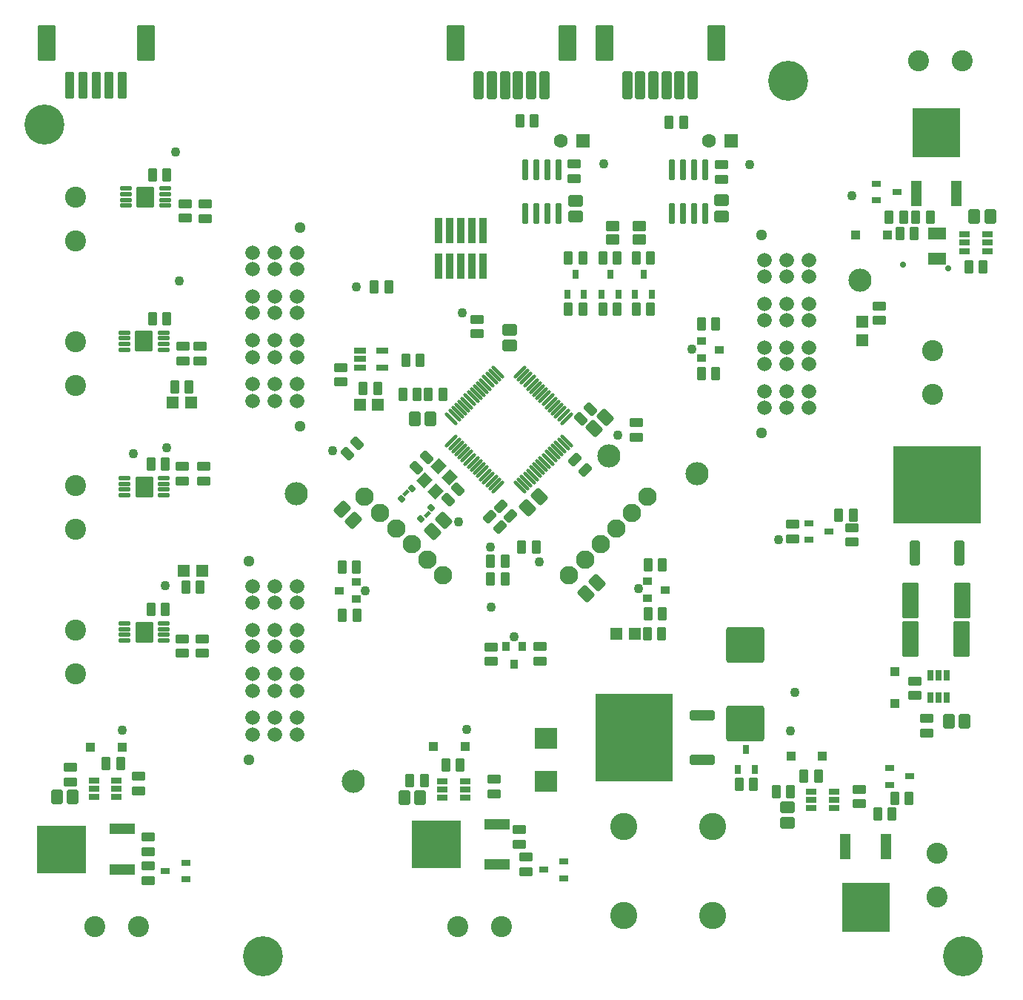
<source format=gts>
G04*
G04 #@! TF.GenerationSoftware,Altium Limited,Altium Designer,21.6.4 (81)*
G04*
G04 Layer_Color=8388736*
%FSLAX25Y25*%
%MOIN*%
G70*
G04*
G04 #@! TF.SameCoordinates,612E0561-CA96-4152-8DAB-8F70A6F423CF*
G04*
G04*
G04 #@! TF.FilePolarity,Negative*
G04*
G01*
G75*
G04:AMPARAMS|DCode=66|XSize=59.12mil|YSize=39.43mil|CornerRadius=4.66mil|HoleSize=0mil|Usage=FLASHONLY|Rotation=270.000|XOffset=0mil|YOffset=0mil|HoleType=Round|Shape=RoundedRectangle|*
%AMROUNDEDRECTD66*
21,1,0.05912,0.03012,0,0,270.0*
21,1,0.04980,0.03943,0,0,270.0*
1,1,0.00932,-0.01506,-0.02490*
1,1,0.00932,-0.01506,0.02490*
1,1,0.00932,0.01506,0.02490*
1,1,0.00932,0.01506,-0.02490*
%
%ADD66ROUNDEDRECTD66*%
G04:AMPARAMS|DCode=67|XSize=53.21mil|YSize=66.99mil|CornerRadius=6.92mil|HoleSize=0mil|Usage=FLASHONLY|Rotation=225.000|XOffset=0mil|YOffset=0mil|HoleType=Round|Shape=RoundedRectangle|*
%AMROUNDEDRECTD67*
21,1,0.05321,0.05315,0,0,225.0*
21,1,0.03937,0.06699,0,0,225.0*
1,1,0.01384,-0.03271,0.00487*
1,1,0.01384,-0.00487,0.03271*
1,1,0.01384,0.03271,-0.00487*
1,1,0.01384,0.00487,-0.03271*
%
%ADD67ROUNDEDRECTD67*%
G04:AMPARAMS|DCode=68|XSize=15.75mil|YSize=74.8mil|CornerRadius=0mil|HoleSize=0mil|Usage=FLASHONLY|Rotation=135.000|XOffset=0mil|YOffset=0mil|HoleType=Round|Shape=Round|*
%AMOVALD68*
21,1,0.05906,0.01575,0.00000,0.00000,225.0*
1,1,0.01575,0.02088,0.02088*
1,1,0.01575,-0.02088,-0.02088*
%
%ADD68OVALD68*%

G04:AMPARAMS|DCode=69|XSize=15.75mil|YSize=74.8mil|CornerRadius=0mil|HoleSize=0mil|Usage=FLASHONLY|Rotation=45.000|XOffset=0mil|YOffset=0mil|HoleType=Round|Shape=Round|*
%AMOVALD69*
21,1,0.05906,0.01575,0.00000,0.00000,135.0*
1,1,0.01575,0.02088,-0.02088*
1,1,0.01575,-0.02088,0.02088*
%
%ADD69OVALD69*%

G04:AMPARAMS|DCode=70|XSize=59.12mil|YSize=39.43mil|CornerRadius=4.66mil|HoleSize=0mil|Usage=FLASHONLY|Rotation=180.000|XOffset=0mil|YOffset=0mil|HoleType=Round|Shape=RoundedRectangle|*
%AMROUNDEDRECTD70*
21,1,0.05912,0.03012,0,0,180.0*
21,1,0.04980,0.03943,0,0,180.0*
1,1,0.00932,-0.02490,0.01506*
1,1,0.00932,0.02490,0.01506*
1,1,0.00932,0.02490,-0.01506*
1,1,0.00932,-0.02490,-0.01506*
%
%ADD70ROUNDEDRECTD70*%
%ADD71R,0.03943X0.03943*%
%ADD72R,0.03943X0.02762*%
G04:AMPARAMS|DCode=73|XSize=53.21mil|YSize=66.99mil|CornerRadius=6.92mil|HoleSize=0mil|Usage=FLASHONLY|Rotation=180.000|XOffset=0mil|YOffset=0mil|HoleType=Round|Shape=RoundedRectangle|*
%AMROUNDEDRECTD73*
21,1,0.05321,0.05315,0,0,180.0*
21,1,0.03937,0.06699,0,0,180.0*
1,1,0.01384,-0.01968,0.02657*
1,1,0.01384,0.01968,0.02657*
1,1,0.01384,0.01968,-0.02657*
1,1,0.01384,-0.01968,-0.02657*
%
%ADD73ROUNDEDRECTD73*%
%ADD74C,0.04337*%
G04:AMPARAMS|DCode=75|XSize=59.12mil|YSize=39.43mil|CornerRadius=4.66mil|HoleSize=0mil|Usage=FLASHONLY|Rotation=225.000|XOffset=0mil|YOffset=0mil|HoleType=Round|Shape=RoundedRectangle|*
%AMROUNDEDRECTD75*
21,1,0.05912,0.03012,0,0,225.0*
21,1,0.04980,0.03943,0,0,225.0*
1,1,0.00932,-0.02826,-0.00696*
1,1,0.00932,0.00696,0.02826*
1,1,0.00932,0.02826,0.00696*
1,1,0.00932,-0.00696,-0.02826*
%
%ADD75ROUNDEDRECTD75*%
%ADD76R,0.03943X0.03550*%
G04:AMPARAMS|DCode=77|XSize=53.21mil|YSize=19.75mil|CornerRadius=3.18mil|HoleSize=0mil|Usage=FLASHONLY|Rotation=180.000|XOffset=0mil|YOffset=0mil|HoleType=Round|Shape=RoundedRectangle|*
%AMROUNDEDRECTD77*
21,1,0.05321,0.01339,0,0,180.0*
21,1,0.04685,0.01975,0,0,180.0*
1,1,0.00636,-0.02343,0.00669*
1,1,0.00636,0.02343,0.00669*
1,1,0.00636,0.02343,-0.00669*
1,1,0.00636,-0.02343,-0.00669*
%
%ADD77ROUNDEDRECTD77*%
G04:AMPARAMS|DCode=78|XSize=82.74mil|YSize=92.58mil|CornerRadius=7.91mil|HoleSize=0mil|Usage=FLASHONLY|Rotation=180.000|XOffset=0mil|YOffset=0mil|HoleType=Round|Shape=RoundedRectangle|*
%AMROUNDEDRECTD78*
21,1,0.08274,0.07677,0,0,180.0*
21,1,0.06693,0.09258,0,0,180.0*
1,1,0.01581,-0.03347,0.03839*
1,1,0.01581,0.03347,0.03839*
1,1,0.01581,0.03347,-0.03839*
1,1,0.01581,-0.03347,-0.03839*
%
%ADD78ROUNDEDRECTD78*%
G04:AMPARAMS|DCode=79|XSize=39.43mil|YSize=122.11mil|CornerRadius=4.66mil|HoleSize=0mil|Usage=FLASHONLY|Rotation=0.000|XOffset=0mil|YOffset=0mil|HoleType=Round|Shape=RoundedRectangle|*
%AMROUNDEDRECTD79*
21,1,0.03943,0.11280,0,0,0.0*
21,1,0.03012,0.12211,0,0,0.0*
1,1,0.00932,0.01506,-0.05640*
1,1,0.00932,-0.01506,-0.05640*
1,1,0.00932,-0.01506,0.05640*
1,1,0.00932,0.01506,0.05640*
%
%ADD79ROUNDEDRECTD79*%
G04:AMPARAMS|DCode=80|XSize=78.8mil|YSize=161.48mil|CornerRadius=7.61mil|HoleSize=0mil|Usage=FLASHONLY|Rotation=0.000|XOffset=0mil|YOffset=0mil|HoleType=Round|Shape=RoundedRectangle|*
%AMROUNDEDRECTD80*
21,1,0.07880,0.14626,0,0,0.0*
21,1,0.06358,0.16148,0,0,0.0*
1,1,0.01522,0.03179,-0.07313*
1,1,0.01522,-0.03179,-0.07313*
1,1,0.01522,-0.03179,0.07313*
1,1,0.01522,0.03179,0.07313*
%
%ADD80ROUNDEDRECTD80*%
G04:AMPARAMS|DCode=81|XSize=47.31mil|YSize=63.06mil|CornerRadius=6.33mil|HoleSize=0mil|Usage=FLASHONLY|Rotation=90.000|XOffset=0mil|YOffset=0mil|HoleType=Round|Shape=RoundedRectangle|*
%AMROUNDEDRECTD81*
21,1,0.04731,0.05039,0,0,90.0*
21,1,0.03465,0.06306,0,0,90.0*
1,1,0.01266,0.02520,0.01732*
1,1,0.01266,0.02520,-0.01732*
1,1,0.01266,-0.02520,-0.01732*
1,1,0.01266,-0.02520,0.01732*
%
%ADD81ROUNDEDRECTD81*%
%ADD82R,0.02762X0.03943*%
%ADD83R,0.03943X0.03943*%
G04:AMPARAMS|DCode=84|XSize=53.21mil|YSize=66.99mil|CornerRadius=6.92mil|HoleSize=0mil|Usage=FLASHONLY|Rotation=90.000|XOffset=0mil|YOffset=0mil|HoleType=Round|Shape=RoundedRectangle|*
%AMROUNDEDRECTD84*
21,1,0.05321,0.05315,0,0,90.0*
21,1,0.03937,0.06699,0,0,90.0*
1,1,0.01384,0.02657,0.01968*
1,1,0.01384,0.02657,-0.01968*
1,1,0.01384,-0.02657,-0.01968*
1,1,0.01384,-0.02657,0.01968*
%
%ADD84ROUNDEDRECTD84*%
G04:AMPARAMS|DCode=85|XSize=29.59mil|YSize=27.62mil|CornerRadius=3.77mil|HoleSize=0mil|Usage=FLASHONLY|Rotation=315.000|XOffset=0mil|YOffset=0mil|HoleType=Round|Shape=RoundedRectangle|*
%AMROUNDEDRECTD85*
21,1,0.02959,0.02008,0,0,315.0*
21,1,0.02205,0.02762,0,0,315.0*
1,1,0.00754,0.00070,-0.01489*
1,1,0.00754,-0.01489,0.00070*
1,1,0.00754,-0.00070,0.01489*
1,1,0.00754,0.01489,-0.00070*
%
%ADD85ROUNDEDRECTD85*%
G04:AMPARAMS|DCode=86|XSize=17.78mil|YSize=31.56mil|CornerRadius=3.03mil|HoleSize=0mil|Usage=FLASHONLY|Rotation=315.000|XOffset=0mil|YOffset=0mil|HoleType=Round|Shape=RoundedRectangle|*
%AMROUNDEDRECTD86*
21,1,0.01778,0.02549,0,0,315.0*
21,1,0.01171,0.03156,0,0,315.0*
1,1,0.00607,-0.00487,-0.01315*
1,1,0.00607,-0.01315,-0.00487*
1,1,0.00607,0.00487,0.01315*
1,1,0.00607,0.01315,0.00487*
%
%ADD86ROUNDEDRECTD86*%
G04:AMPARAMS|DCode=87|XSize=55.18mil|YSize=55.18mil|CornerRadius=7.12mil|HoleSize=0mil|Usage=FLASHONLY|Rotation=90.000|XOffset=0mil|YOffset=0mil|HoleType=Round|Shape=RoundedRectangle|*
%AMROUNDEDRECTD87*
21,1,0.05518,0.04095,0,0,90.0*
21,1,0.04095,0.05518,0,0,90.0*
1,1,0.01424,0.02047,0.02047*
1,1,0.01424,0.02047,-0.02047*
1,1,0.01424,-0.02047,-0.02047*
1,1,0.01424,-0.02047,0.02047*
%
%ADD87ROUNDEDRECTD87*%
G04:AMPARAMS|DCode=88|XSize=55.18mil|YSize=55.18mil|CornerRadius=7.12mil|HoleSize=0mil|Usage=FLASHONLY|Rotation=180.000|XOffset=0mil|YOffset=0mil|HoleType=Round|Shape=RoundedRectangle|*
%AMROUNDEDRECTD88*
21,1,0.05518,0.04095,0,0,180.0*
21,1,0.04095,0.05518,0,0,180.0*
1,1,0.01424,-0.02047,0.02047*
1,1,0.01424,0.02047,0.02047*
1,1,0.01424,0.02047,-0.02047*
1,1,0.01424,-0.02047,-0.02047*
%
%ADD88ROUNDEDRECTD88*%
%ADD89R,0.05124X0.02762*%
%ADD90R,0.03550X0.03943*%
%ADD91R,0.11817X0.04731*%
%ADD92R,0.22054X0.21660*%
G04:AMPARAMS|DCode=93|XSize=53.21mil|YSize=66.99mil|CornerRadius=6.92mil|HoleSize=0mil|Usage=FLASHONLY|Rotation=44.000|XOffset=0mil|YOffset=0mil|HoleType=Round|Shape=RoundedRectangle|*
%AMROUNDEDRECTD93*
21,1,0.05321,0.05315,0,0,44.0*
21,1,0.03937,0.06699,0,0,44.0*
1,1,0.01384,0.03262,-0.00544*
1,1,0.01384,0.00430,-0.03279*
1,1,0.01384,-0.03262,0.00544*
1,1,0.01384,-0.00430,0.03279*
%
%ADD93ROUNDEDRECTD93*%
G04:AMPARAMS|DCode=94|XSize=59.12mil|YSize=39.43mil|CornerRadius=4.66mil|HoleSize=0mil|Usage=FLASHONLY|Rotation=135.000|XOffset=0mil|YOffset=0mil|HoleType=Round|Shape=RoundedRectangle|*
%AMROUNDEDRECTD94*
21,1,0.05912,0.03012,0,0,135.0*
21,1,0.04980,0.03943,0,0,135.0*
1,1,0.00932,-0.00696,0.02826*
1,1,0.00932,0.02826,-0.00696*
1,1,0.00932,0.00696,-0.02826*
1,1,0.00932,-0.02826,0.00696*
%
%ADD94ROUNDEDRECTD94*%
G04:AMPARAMS|DCode=95|XSize=55.18mil|YSize=47.31mil|CornerRadius=0mil|HoleSize=0mil|Usage=FLASHONLY|Rotation=45.000|XOffset=0mil|YOffset=0mil|HoleType=Round|Shape=Rectangle|*
%AMROTATEDRECTD95*
4,1,4,-0.00278,-0.03623,-0.03623,-0.00278,0.00278,0.03623,0.03623,0.00278,-0.00278,-0.03623,0.0*
%
%ADD95ROTATEDRECTD95*%

G04:AMPARAMS|DCode=96|XSize=28.8mil|YSize=55.18mil|CornerRadius=3.86mil|HoleSize=0mil|Usage=FLASHONLY|Rotation=90.000|XOffset=0mil|YOffset=0mil|HoleType=Round|Shape=RoundedRectangle|*
%AMROUNDEDRECTD96*
21,1,0.02880,0.04746,0,0,90.0*
21,1,0.02108,0.05518,0,0,90.0*
1,1,0.00772,0.02373,0.01054*
1,1,0.00772,0.02373,-0.01054*
1,1,0.00772,-0.02373,-0.01054*
1,1,0.00772,-0.02373,0.01054*
%
%ADD96ROUNDEDRECTD96*%
G04:AMPARAMS|DCode=97|XSize=53.21mil|YSize=66.99mil|CornerRadius=6.92mil|HoleSize=0mil|Usage=FLASHONLY|Rotation=135.000|XOffset=0mil|YOffset=0mil|HoleType=Round|Shape=RoundedRectangle|*
%AMROUNDEDRECTD97*
21,1,0.05321,0.05315,0,0,135.0*
21,1,0.03937,0.06699,0,0,135.0*
1,1,0.01384,0.00487,0.03271*
1,1,0.01384,0.03271,0.00487*
1,1,0.01384,-0.00487,-0.03271*
1,1,0.01384,-0.03271,-0.00487*
%
%ADD97ROUNDEDRECTD97*%
G04:AMPARAMS|DCode=98|XSize=94.55mil|YSize=102.43mil|CornerRadius=8.79mil|HoleSize=0mil|Usage=FLASHONLY|Rotation=90.000|XOffset=0mil|YOffset=0mil|HoleType=Round|Shape=RoundedRectangle|*
%AMROUNDEDRECTD98*
21,1,0.09455,0.08484,0,0,90.0*
21,1,0.07697,0.10243,0,0,90.0*
1,1,0.01758,0.04242,0.03848*
1,1,0.01758,0.04242,-0.03848*
1,1,0.01758,-0.04242,-0.03848*
1,1,0.01758,-0.04242,0.03848*
%
%ADD98ROUNDEDRECTD98*%
%ADD99R,0.21660X0.22054*%
%ADD100R,0.04731X0.11817*%
G04:AMPARAMS|DCode=101|XSize=161.48mil|YSize=171.32mil|CornerRadius=13.81mil|HoleSize=0mil|Usage=FLASHONLY|Rotation=90.000|XOffset=0mil|YOffset=0mil|HoleType=Round|Shape=RoundedRectangle|*
%AMROUNDEDRECTD101*
21,1,0.16148,0.14370,0,0,90.0*
21,1,0.13386,0.17132,0,0,90.0*
1,1,0.02762,0.07185,0.06693*
1,1,0.02762,0.07185,-0.06693*
1,1,0.02762,-0.07185,-0.06693*
1,1,0.02762,-0.07185,0.06693*
%
%ADD101ROUNDEDRECTD101*%
%ADD102R,0.02762X0.05124*%
G04:AMPARAMS|DCode=103|XSize=74.87mil|YSize=161.48mil|CornerRadius=9.09mil|HoleSize=0mil|Usage=FLASHONLY|Rotation=0.000|XOffset=0mil|YOffset=0mil|HoleType=Round|Shape=RoundedRectangle|*
%AMROUNDEDRECTD103*
21,1,0.07487,0.14331,0,0,0.0*
21,1,0.05669,0.16148,0,0,0.0*
1,1,0.01817,0.02835,-0.07165*
1,1,0.01817,-0.02835,-0.07165*
1,1,0.01817,-0.02835,0.07165*
1,1,0.01817,0.02835,0.07165*
%
%ADD103ROUNDEDRECTD103*%
%ADD104R,0.39376X0.35046*%
G04:AMPARAMS|DCode=105|XSize=110.3mil|YSize=45.73mil|CornerRadius=7.22mil|HoleSize=0mil|Usage=FLASHONLY|Rotation=90.000|XOffset=0mil|YOffset=0mil|HoleType=Round|Shape=RoundedRectangle|*
%AMROUNDEDRECTD105*
21,1,0.11030,0.03130,0,0,90.0*
21,1,0.09587,0.04573,0,0,90.0*
1,1,0.01443,0.01565,0.04793*
1,1,0.01443,0.01565,-0.04793*
1,1,0.01443,-0.01565,-0.04793*
1,1,0.01443,-0.01565,0.04793*
%
%ADD105ROUNDEDRECTD105*%
G04:AMPARAMS|DCode=106|XSize=82.74mil|YSize=55.18mil|CornerRadius=7.12mil|HoleSize=0mil|Usage=FLASHONLY|Rotation=180.000|XOffset=0mil|YOffset=0mil|HoleType=Round|Shape=RoundedRectangle|*
%AMROUNDEDRECTD106*
21,1,0.08274,0.04095,0,0,180.0*
21,1,0.06850,0.05518,0,0,180.0*
1,1,0.01424,-0.03425,0.02047*
1,1,0.01424,0.03425,0.02047*
1,1,0.01424,0.03425,-0.02047*
1,1,0.01424,-0.03425,-0.02047*
%
%ADD106ROUNDEDRECTD106*%
G04:AMPARAMS|DCode=107|XSize=90.61mil|YSize=27.62mil|CornerRadius=3.77mil|HoleSize=0mil|Usage=FLASHONLY|Rotation=90.000|XOffset=0mil|YOffset=0mil|HoleType=Round|Shape=RoundedRectangle|*
%AMROUNDEDRECTD107*
21,1,0.09061,0.02008,0,0,90.0*
21,1,0.08307,0.02762,0,0,90.0*
1,1,0.00754,0.01004,0.04153*
1,1,0.00754,0.01004,-0.04153*
1,1,0.00754,-0.01004,-0.04153*
1,1,0.00754,-0.01004,0.04153*
%
%ADD107ROUNDEDRECTD107*%
%ADD108R,0.35046X0.39376*%
G04:AMPARAMS|DCode=109|XSize=110.3mil|YSize=45.73mil|CornerRadius=7.22mil|HoleSize=0mil|Usage=FLASHONLY|Rotation=180.000|XOffset=0mil|YOffset=0mil|HoleType=Round|Shape=RoundedRectangle|*
%AMROUNDEDRECTD109*
21,1,0.11030,0.03130,0,0,180.0*
21,1,0.09587,0.04573,0,0,180.0*
1,1,0.01443,-0.04793,0.01565*
1,1,0.01443,0.04793,0.01565*
1,1,0.01443,0.04793,-0.01565*
1,1,0.01443,-0.04793,-0.01565*
%
%ADD109ROUNDEDRECTD109*%
G04:AMPARAMS|DCode=110|XSize=43.37mil|YSize=126.05mil|CornerRadius=4.95mil|HoleSize=0mil|Usage=FLASHONLY|Rotation=0.000|XOffset=0mil|YOffset=0mil|HoleType=Round|Shape=RoundedRectangle|*
%AMROUNDEDRECTD110*
21,1,0.04337,0.11614,0,0,0.0*
21,1,0.03347,0.12605,0,0,0.0*
1,1,0.00991,0.01673,-0.05807*
1,1,0.00991,-0.01673,-0.05807*
1,1,0.00991,-0.01673,0.05807*
1,1,0.00991,0.01673,0.05807*
%
%ADD110ROUNDEDRECTD110*%
%ADD111R,0.03300X0.11400*%
%ADD112C,0.10400*%
%ADD113C,0.05085*%
%ADD114C,0.06542*%
%ADD115C,0.09455*%
%ADD116C,0.08274*%
%ADD117C,0.12211*%
%ADD118C,0.17992*%
%ADD119C,0.06306*%
%ADD120R,0.06306X0.06306*%
%ADD121C,0.02800*%
D66*
X243334Y81100D02*
D03*
X249830D02*
D03*
X70738Y268015D02*
D03*
X64242D02*
D03*
X-49798Y286605D02*
D03*
X-43302D02*
D03*
X293047Y325054D02*
D03*
X286551D02*
D03*
X324041Y309900D02*
D03*
X317545D02*
D03*
X230830Y73820D02*
D03*
X237326D02*
D03*
X65982Y79000D02*
D03*
X72478D02*
D03*
X42125Y153167D02*
D03*
X35629D02*
D03*
X42085Y174979D02*
D03*
X35589D02*
D03*
X-50496Y221370D02*
D03*
X-44000D02*
D03*
X174378Y314000D02*
D03*
X167882D02*
D03*
X152882D02*
D03*
X159378D02*
D03*
X137382D02*
D03*
X143878D02*
D03*
X167882Y291000D02*
D03*
X174378D02*
D03*
X152882D02*
D03*
X159378D02*
D03*
X137382D02*
D03*
X143878D02*
D03*
X-39718Y256000D02*
D03*
X-33222D02*
D03*
X-34818Y165900D02*
D03*
X-28322D02*
D03*
X122838Y184115D02*
D03*
X116342D02*
D03*
X102442Y177715D02*
D03*
X108938D02*
D03*
X102342Y169715D02*
D03*
X108838D02*
D03*
X82182Y85800D02*
D03*
X88678D02*
D03*
X-70618Y86500D02*
D03*
X-64122D02*
D03*
X179703Y175962D02*
D03*
X173207D02*
D03*
X172842Y145015D02*
D03*
X179338D02*
D03*
X51538Y255315D02*
D03*
X45042D02*
D03*
X284142Y70815D02*
D03*
X290638D02*
D03*
X276473Y63984D02*
D03*
X282969D02*
D03*
X220624Y77215D02*
D03*
X214128D02*
D03*
X265516Y198187D02*
D03*
X259020D02*
D03*
X197181Y261964D02*
D03*
X203677D02*
D03*
X203613Y284190D02*
D03*
X197117D02*
D03*
X300138Y332215D02*
D03*
X293642D02*
D03*
X281642D02*
D03*
X288138D02*
D03*
X182747Y375055D02*
D03*
X189243D02*
D03*
X115490Y375607D02*
D03*
X121986D02*
D03*
X-49798Y351383D02*
D03*
X-43302D02*
D03*
X50042Y300815D02*
D03*
X56538D02*
D03*
X-50479Y155794D02*
D03*
X-43983D02*
D03*
X62942Y252715D02*
D03*
X69438D02*
D03*
X173136Y154103D02*
D03*
X179632D02*
D03*
X80938Y252715D02*
D03*
X74442D02*
D03*
D67*
X153981Y242206D02*
D03*
X148998Y237223D02*
D03*
X81181Y196007D02*
D03*
X76198Y191023D02*
D03*
X145398Y162923D02*
D03*
X150381Y167906D02*
D03*
D68*
X84740Y231761D02*
D03*
X86132Y230369D02*
D03*
X87524Y228977D02*
D03*
X88916Y227585D02*
D03*
X90307Y226193D02*
D03*
X91699Y224801D02*
D03*
X93091Y223409D02*
D03*
X94483Y222017D02*
D03*
X95875Y220625D02*
D03*
X97267Y219233D02*
D03*
X98659Y217841D02*
D03*
X100051Y216449D02*
D03*
X101443Y215057D02*
D03*
X102835Y213665D02*
D03*
X104227Y212273D02*
D03*
X105619Y210881D02*
D03*
X136520Y241783D02*
D03*
X135128Y243175D02*
D03*
X133736Y244566D02*
D03*
X132344Y245958D02*
D03*
X130952Y247350D02*
D03*
X129560Y248742D02*
D03*
X128168Y250134D02*
D03*
X126776Y251526D02*
D03*
X125384Y252918D02*
D03*
X123992Y254310D02*
D03*
X122601Y255702D02*
D03*
X121209Y257094D02*
D03*
X119817Y258486D02*
D03*
X118425Y259878D02*
D03*
X117033Y261270D02*
D03*
X115641Y262662D02*
D03*
D69*
Y210881D02*
D03*
X117033Y212273D02*
D03*
X118425Y213665D02*
D03*
X119817Y215057D02*
D03*
X121209Y216449D02*
D03*
X122601Y217841D02*
D03*
X123992Y219233D02*
D03*
X125384Y220625D02*
D03*
X126776Y222017D02*
D03*
X128168Y223409D02*
D03*
X129560Y224801D02*
D03*
X130952Y226193D02*
D03*
X132344Y227585D02*
D03*
X133736Y228977D02*
D03*
X135128Y230369D02*
D03*
X136520Y231761D02*
D03*
X105619Y262662D02*
D03*
X104227Y261270D02*
D03*
X102835Y259878D02*
D03*
X101443Y258486D02*
D03*
X100051Y257094D02*
D03*
X98659Y255702D02*
D03*
X97267Y254310D02*
D03*
X95875Y252918D02*
D03*
X94483Y251526D02*
D03*
X93091Y250134D02*
D03*
X91699Y248742D02*
D03*
X90307Y247350D02*
D03*
X88916Y245958D02*
D03*
X87524Y244566D02*
D03*
X86132Y243175D02*
D03*
X84740Y241783D02*
D03*
D70*
X-28399Y267676D02*
D03*
Y274172D02*
D03*
X-36370Y220248D02*
D03*
Y213752D02*
D03*
X-26170Y331652D02*
D03*
Y338148D02*
D03*
X-26870Y220248D02*
D03*
Y213752D02*
D03*
X-27370Y136252D02*
D03*
Y142748D02*
D03*
X-86870Y78452D02*
D03*
Y84948D02*
D03*
X-35970Y267752D02*
D03*
Y274248D02*
D03*
X298630Y100352D02*
D03*
Y106848D02*
D03*
X-35070Y331952D02*
D03*
Y338448D02*
D03*
X-36370Y136252D02*
D03*
Y142748D02*
D03*
X35012Y258273D02*
D03*
Y264769D02*
D03*
X-55997Y74412D02*
D03*
Y80908D02*
D03*
X277130Y292348D02*
D03*
Y285852D02*
D03*
X124478Y132678D02*
D03*
Y139174D02*
D03*
X102454Y139089D02*
D03*
Y132593D02*
D03*
X293330Y117152D02*
D03*
Y123648D02*
D03*
X167990Y233367D02*
D03*
Y239863D02*
D03*
X-51610Y53563D02*
D03*
Y47067D02*
D03*
Y33976D02*
D03*
Y40472D02*
D03*
X103890Y79531D02*
D03*
Y73035D02*
D03*
X115181Y50315D02*
D03*
Y56811D02*
D03*
X118165Y38012D02*
D03*
Y44508D02*
D03*
X268390Y75063D02*
D03*
Y68567D02*
D03*
X238352Y194148D02*
D03*
Y187652D02*
D03*
X264852Y192718D02*
D03*
Y186222D02*
D03*
X206387Y355831D02*
D03*
Y349335D02*
D03*
X139883Y356159D02*
D03*
Y349663D02*
D03*
X96190Y286441D02*
D03*
Y279945D02*
D03*
D71*
X-77705Y94000D02*
D03*
X-63532D02*
D03*
X237547Y90100D02*
D03*
X251721D02*
D03*
X90904Y94315D02*
D03*
X76730D02*
D03*
X280934Y324400D02*
D03*
X266760D02*
D03*
D72*
X-43932Y38264D02*
D03*
X-34877Y42004D02*
D03*
Y34524D02*
D03*
X126362Y38813D02*
D03*
X135417Y42553D02*
D03*
Y35073D02*
D03*
X290917Y80815D02*
D03*
X281862Y77075D02*
D03*
Y84555D02*
D03*
X245568Y194640D02*
D03*
Y187160D02*
D03*
X254624Y190900D02*
D03*
X285157Y343715D02*
D03*
X276102Y339975D02*
D03*
Y347455D02*
D03*
D73*
X327153Y332500D02*
D03*
X320106D02*
D03*
X308686Y105697D02*
D03*
X315733D02*
D03*
X70653Y71232D02*
D03*
X63606D02*
D03*
X-85552Y71575D02*
D03*
X-92599D02*
D03*
X75413Y241782D02*
D03*
X68366Y241783D02*
D03*
D74*
X264900Y342030D02*
D03*
X45790Y164412D02*
D03*
X153130Y356300D02*
D03*
X219030Y355900D02*
D03*
X-43983Y166700D02*
D03*
X102690Y157015D02*
D03*
X41971Y300815D02*
D03*
X-58470Y226000D02*
D03*
X102342Y184115D02*
D03*
X88034Y195367D02*
D03*
X192990Y273015D02*
D03*
X159690Y234215D02*
D03*
X-43270Y228500D02*
D03*
X31230Y227200D02*
D03*
X-39300Y361500D02*
D03*
X89690Y289217D02*
D03*
X112815Y143760D02*
D03*
X-37600Y303700D02*
D03*
X-63370Y101500D02*
D03*
X91630Y102000D02*
D03*
X168983Y165151D02*
D03*
X232100Y187338D02*
D03*
X124130Y177400D02*
D03*
X237443Y101181D02*
D03*
X239143Y118685D02*
D03*
D75*
X106524Y193070D02*
D03*
X101930Y197663D02*
D03*
X144986Y218618D02*
D03*
X140393Y223212D02*
D03*
X111386Y197818D02*
D03*
X106793Y202412D02*
D03*
D76*
X42030Y160672D02*
D03*
Y168152D02*
D03*
X34156Y164412D02*
D03*
X173049Y168492D02*
D03*
Y161011D02*
D03*
X180923Y164751D02*
D03*
X197415Y276511D02*
D03*
Y269031D02*
D03*
X205289Y272771D02*
D03*
D77*
X-44757Y272682D02*
D03*
Y275241D02*
D03*
Y277800D02*
D03*
Y280359D02*
D03*
X-62474Y280398D02*
D03*
Y277839D02*
D03*
Y275280D02*
D03*
Y272721D02*
D03*
X-44617Y207263D02*
D03*
Y209822D02*
D03*
Y212381D02*
D03*
Y214940D02*
D03*
X-62333Y214979D02*
D03*
Y212420D02*
D03*
Y209861D02*
D03*
Y207302D02*
D03*
X-44600Y141944D02*
D03*
Y144503D02*
D03*
Y147062D02*
D03*
Y149621D02*
D03*
X-62317Y149660D02*
D03*
Y147101D02*
D03*
Y144542D02*
D03*
Y141983D02*
D03*
X-61827Y337500D02*
D03*
Y340059D02*
D03*
Y342618D02*
D03*
Y345177D02*
D03*
X-44110Y345138D02*
D03*
Y342579D02*
D03*
Y340020D02*
D03*
Y337461D02*
D03*
D78*
X-53616Y276520D02*
D03*
X-53475Y211101D02*
D03*
X-53459Y145782D02*
D03*
X-52969Y341299D02*
D03*
D79*
X-69292Y391772D02*
D03*
X-87009D02*
D03*
X-81103D02*
D03*
X-63387D02*
D03*
X-75198D02*
D03*
D80*
X-97343Y410747D02*
D03*
X-52855D02*
D03*
X203878D02*
D03*
X153484D02*
D03*
X137067D02*
D03*
X86673D02*
D03*
D81*
X157424Y328353D02*
D03*
Y322447D02*
D03*
X169235D02*
D03*
Y328353D02*
D03*
D82*
X152390Y297472D02*
D03*
X159870D02*
D03*
X156130Y306528D02*
D03*
X136890Y297472D02*
D03*
X144370D02*
D03*
X140630Y306528D02*
D03*
X167390Y297472D02*
D03*
X174870D02*
D03*
X171130Y306528D02*
D03*
X213635Y83830D02*
D03*
X221116D02*
D03*
X217376Y92885D02*
D03*
D83*
X284427Y113687D02*
D03*
Y127860D02*
D03*
D84*
X235930Y67024D02*
D03*
Y59976D02*
D03*
X110990Y274691D02*
D03*
Y281738D02*
D03*
X206387Y339825D02*
D03*
Y332778D02*
D03*
X140614Y339676D02*
D03*
Y332629D02*
D03*
D85*
X66962Y210266D02*
D03*
X75731Y201497D02*
D03*
X70998Y196764D02*
D03*
X62229Y205533D02*
D03*
D86*
X73782Y198713D02*
D03*
X64178Y208317D02*
D03*
D87*
X269730Y277066D02*
D03*
Y285334D02*
D03*
D88*
X-27536Y173400D02*
D03*
X-35804D02*
D03*
X-32336Y249000D02*
D03*
X-40604D02*
D03*
X167224Y145015D02*
D03*
X158956D02*
D03*
X51724Y248115D02*
D03*
X43456D02*
D03*
D89*
X-65926Y71575D02*
D03*
Y75315D02*
D03*
Y79055D02*
D03*
X-76162D02*
D03*
Y75315D02*
D03*
Y71575D02*
D03*
X91008Y71295D02*
D03*
Y75036D02*
D03*
Y78776D02*
D03*
X80772D02*
D03*
Y75036D02*
D03*
Y71295D02*
D03*
X246772Y66575D02*
D03*
Y70315D02*
D03*
Y74055D02*
D03*
X257008D02*
D03*
Y70315D02*
D03*
Y66575D02*
D03*
X315674Y324598D02*
D03*
Y320857D02*
D03*
Y317117D02*
D03*
X325911D02*
D03*
Y320857D02*
D03*
Y324598D02*
D03*
D90*
X116755Y139265D02*
D03*
X109275D02*
D03*
X113015Y131391D02*
D03*
D91*
X-63249Y39019D02*
D03*
Y57130D02*
D03*
X105197Y59370D02*
D03*
Y41260D02*
D03*
D92*
X-90611Y48074D02*
D03*
X77835Y50315D02*
D03*
D93*
X124161Y206483D02*
D03*
X119092Y201588D02*
D03*
D94*
X83179Y205359D02*
D03*
X87772Y209952D02*
D03*
X73573Y224267D02*
D03*
X68980Y219673D02*
D03*
X147386Y246112D02*
D03*
X142793Y241518D02*
D03*
X42426Y230697D02*
D03*
X37833Y226103D02*
D03*
D95*
X77613Y209011D02*
D03*
X84016Y215414D02*
D03*
X79005Y220425D02*
D03*
X72602Y214022D02*
D03*
D96*
X53761Y272247D02*
D03*
Y264767D02*
D03*
X43690D02*
D03*
Y268507D02*
D03*
Y272247D02*
D03*
D97*
X40687Y195865D02*
D03*
X35704Y200848D02*
D03*
D98*
X127376Y97845D02*
D03*
Y78554D02*
D03*
D99*
X271130Y21945D02*
D03*
X302890Y370270D02*
D03*
D100*
X262075Y49307D02*
D03*
X280185D02*
D03*
X293835Y342908D02*
D03*
X311945D02*
D03*
D101*
X216890Y104598D02*
D03*
Y140032D02*
D03*
D102*
X307661Y126433D02*
D03*
X303921D02*
D03*
X300181D02*
D03*
Y116197D02*
D03*
X303921D02*
D03*
X307661D02*
D03*
D103*
X291336Y142586D02*
D03*
X314446D02*
D03*
X314555Y160000D02*
D03*
X291445D02*
D03*
D104*
X303130Y212000D02*
D03*
D105*
X313130Y181303D02*
D03*
X293130D02*
D03*
D106*
X303355Y313637D02*
D03*
Y325054D02*
D03*
D107*
X183987Y334018D02*
D03*
X188987D02*
D03*
X193987D02*
D03*
X198987D02*
D03*
Y353506D02*
D03*
X193987D02*
D03*
X188987D02*
D03*
X183987D02*
D03*
X117904Y334102D02*
D03*
X122904D02*
D03*
X127904D02*
D03*
X132904D02*
D03*
Y353590D02*
D03*
X127904D02*
D03*
X122904D02*
D03*
X117904D02*
D03*
D108*
X166876Y98200D02*
D03*
D109*
X197572Y108200D02*
D03*
Y88200D02*
D03*
D110*
X193346Y391772D02*
D03*
X181535D02*
D03*
X163819D02*
D03*
X169724D02*
D03*
X187441D02*
D03*
X175630D02*
D03*
X126535D02*
D03*
X114724D02*
D03*
X97008D02*
D03*
X102913D02*
D03*
X120630D02*
D03*
X108819D02*
D03*
D111*
X79090Y310215D02*
D03*
Y326215D02*
D03*
X84090Y310215D02*
D03*
Y326215D02*
D03*
X89090Y310215D02*
D03*
Y326215D02*
D03*
X94090Y310215D02*
D03*
Y326215D02*
D03*
X99090Y310215D02*
D03*
Y326215D02*
D03*
D112*
X195330Y216900D02*
D03*
X155490Y225015D02*
D03*
X40730Y78700D02*
D03*
X268530Y304000D02*
D03*
X15000Y207800D02*
D03*
D113*
X224234Y235275D02*
D03*
Y324409D02*
D03*
X16626Y327567D02*
D03*
Y238433D02*
D03*
X-6366Y88433D02*
D03*
Y177567D02*
D03*
D114*
X225730Y305668D02*
D03*
Y313070D02*
D03*
X235730Y305668D02*
D03*
Y313070D02*
D03*
X245730Y305668D02*
D03*
Y313070D02*
D03*
X225730Y246613D02*
D03*
Y254015D02*
D03*
X235730Y246613D02*
D03*
Y254015D02*
D03*
X245730Y246613D02*
D03*
Y254015D02*
D03*
X225730Y266298D02*
D03*
Y273700D02*
D03*
X235730Y266298D02*
D03*
Y273700D02*
D03*
X245730Y266298D02*
D03*
Y273700D02*
D03*
X225730Y285983D02*
D03*
Y293385D02*
D03*
X235730Y285983D02*
D03*
Y293385D02*
D03*
X245730Y285983D02*
D03*
Y293385D02*
D03*
X15130Y257173D02*
D03*
Y249772D02*
D03*
X5130Y257173D02*
D03*
Y249772D02*
D03*
X-4870Y257173D02*
D03*
Y249772D02*
D03*
X15130Y316228D02*
D03*
Y308827D02*
D03*
X5130Y316228D02*
D03*
Y308827D02*
D03*
X-4870Y316228D02*
D03*
Y308827D02*
D03*
X15130Y296543D02*
D03*
Y289142D02*
D03*
X5130Y296543D02*
D03*
Y289142D02*
D03*
X-4870Y296543D02*
D03*
Y289142D02*
D03*
X15130Y276858D02*
D03*
Y269457D02*
D03*
X5130Y276858D02*
D03*
Y269457D02*
D03*
X-4870Y276858D02*
D03*
Y269457D02*
D03*
Y158827D02*
D03*
Y166228D02*
D03*
X5130Y158827D02*
D03*
Y166228D02*
D03*
X15130Y158827D02*
D03*
Y166228D02*
D03*
X-4870Y99772D02*
D03*
Y107173D02*
D03*
X5130Y99772D02*
D03*
Y107173D02*
D03*
X15130Y99772D02*
D03*
Y107173D02*
D03*
X-4870Y119457D02*
D03*
Y126858D02*
D03*
X5130Y119457D02*
D03*
Y126858D02*
D03*
X15130Y119457D02*
D03*
Y126858D02*
D03*
X-4870Y139142D02*
D03*
Y146543D02*
D03*
X5130Y139142D02*
D03*
Y146543D02*
D03*
X15130Y139142D02*
D03*
Y146543D02*
D03*
D115*
X301130Y252658D02*
D03*
Y272342D02*
D03*
X-84370Y126929D02*
D03*
Y146614D02*
D03*
Y211614D02*
D03*
Y191929D02*
D03*
Y256772D02*
D03*
Y276457D02*
D03*
X-75810Y13200D02*
D03*
X-56124D02*
D03*
X294787Y402500D02*
D03*
X314472D02*
D03*
X87533Y13200D02*
D03*
X107218D02*
D03*
X-84370Y321772D02*
D03*
Y341457D02*
D03*
X303130Y26658D02*
D03*
Y46343D02*
D03*
D116*
X173103Y206528D02*
D03*
X166032Y199457D02*
D03*
X158961Y192386D02*
D03*
X151890Y185315D02*
D03*
X144819Y178244D02*
D03*
X137748Y171173D02*
D03*
X45676Y206528D02*
D03*
X52748Y199457D02*
D03*
X59819Y192386D02*
D03*
X66890Y185315D02*
D03*
X73961Y178244D02*
D03*
X81032Y171173D02*
D03*
D117*
X162376Y18200D02*
D03*
X202376D02*
D03*
X162376Y58200D02*
D03*
X202376D02*
D03*
D118*
X0Y0D02*
D03*
X314961D02*
D03*
X236221Y393701D02*
D03*
X-98425Y374016D02*
D03*
D119*
X133910Y366772D02*
D03*
X200630D02*
D03*
D120*
X143910D02*
D03*
X210630D02*
D03*
D121*
X308313Y309353D02*
D03*
X288000Y310939D02*
D03*
M02*

</source>
